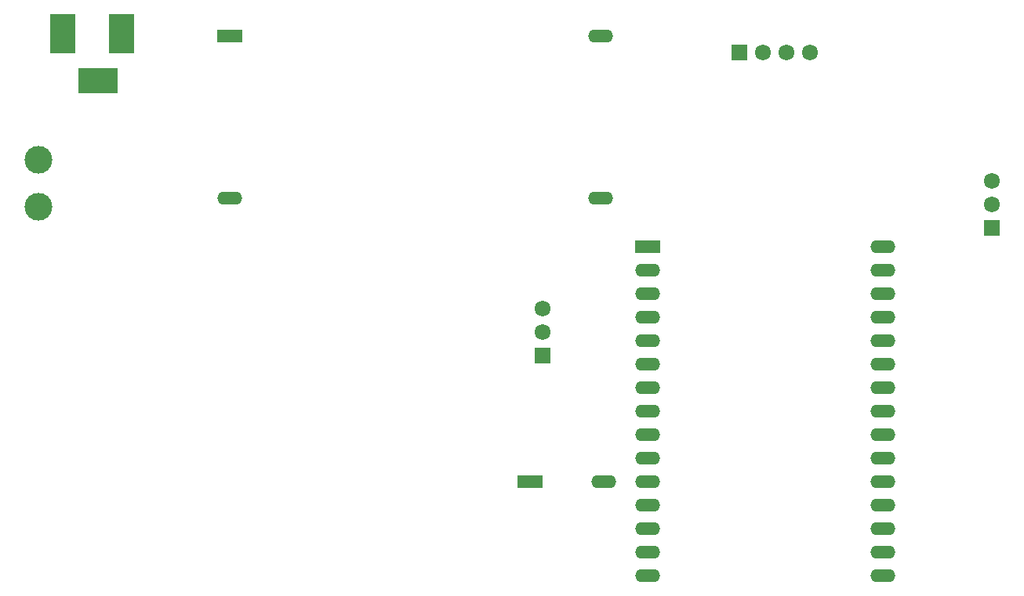
<source format=gts>
G04*
G04 #@! TF.GenerationSoftware,Altium Limited,Altium Designer,21.3.2 (30)*
G04*
G04 Layer_Color=8388736*
%FSTAX24Y24*%
%MOIN*%
G70*
G04*
G04 #@! TF.SameCoordinates,3835C71C-0E0A-43B1-8D6D-11D42CA83844*
G04*
G04*
G04 #@! TF.FilePolarity,Negative*
G04*
G01*
G75*
%ADD13O,0.1064X0.0552*%
%ADD14C,0.0678*%
%ADD15R,0.0678X0.0678*%
%ADD16R,0.0678X0.0678*%
%ADD17R,0.1064X0.0552*%
%ADD18R,0.1080X0.1680*%
%ADD19C,0.1180*%
%ADD20R,0.1680X0.1080*%
D13*
X0395Y03555D02*
D03*
X03765Y02755D02*
D03*
X0495Y03555D02*
D03*
X0395Y02355D02*
D03*
Y02455D02*
D03*
Y03055D02*
D03*
X0495Y03755D02*
D03*
X0375Y04649D02*
D03*
X0495Y03655D02*
D03*
X0375Y0396D02*
D03*
X021752D02*
D03*
X0495Y02355D02*
D03*
Y02455D02*
D03*
Y02555D02*
D03*
Y02655D02*
D03*
Y02755D02*
D03*
Y02855D02*
D03*
Y02955D02*
D03*
Y03055D02*
D03*
Y03155D02*
D03*
Y03255D02*
D03*
Y03355D02*
D03*
Y03455D02*
D03*
X0395Y02555D02*
D03*
Y02655D02*
D03*
Y02755D02*
D03*
Y02855D02*
D03*
Y02955D02*
D03*
Y03155D02*
D03*
Y03255D02*
D03*
Y03355D02*
D03*
Y03455D02*
D03*
Y03655D02*
D03*
D14*
X05415Y03935D02*
D03*
X0444Y0458D02*
D03*
X05415Y04035D02*
D03*
X0454Y0458D02*
D03*
X03505Y0339D02*
D03*
X0464Y0458D02*
D03*
X03505Y0349D02*
D03*
D15*
X0434Y0458D02*
D03*
D16*
X03505Y0329D02*
D03*
X05415Y03835D02*
D03*
D17*
X0345Y02755D02*
D03*
X021752Y04649D02*
D03*
X0395Y03755D02*
D03*
D18*
X01465Y0466D02*
D03*
X01715D02*
D03*
D19*
X0136Y03925D02*
D03*
Y04125D02*
D03*
D20*
X01615Y0446D02*
D03*
M02*

</source>
